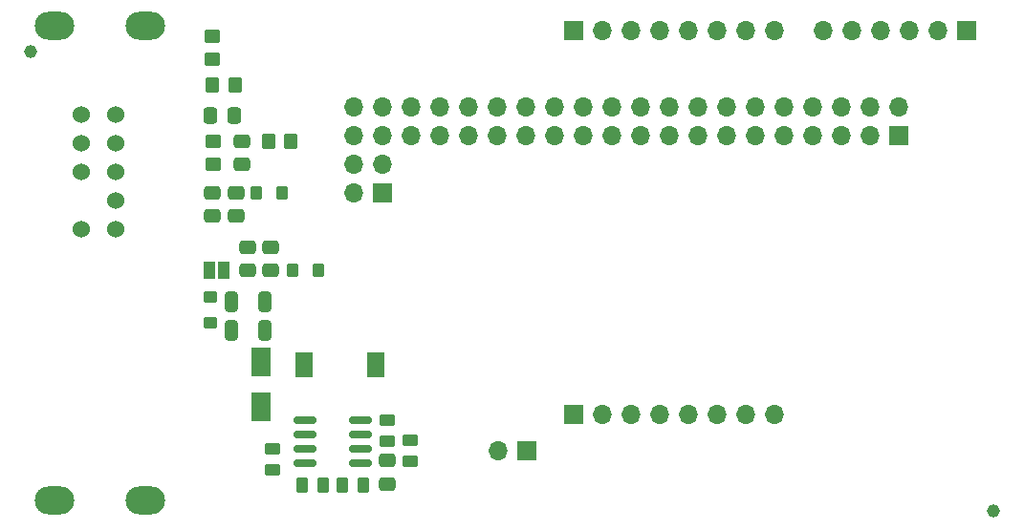
<source format=gbr>
%TF.GenerationSoftware,KiCad,Pcbnew,(6.0.4-0)*%
%TF.CreationDate,2022-10-27T23:32:19+02:00*%
%TF.ProjectId,NE2Pi,4e453250-692e-46b6-9963-61645f706362,rev?*%
%TF.SameCoordinates,Original*%
%TF.FileFunction,Soldermask,Top*%
%TF.FilePolarity,Negative*%
%FSLAX46Y46*%
G04 Gerber Fmt 4.6, Leading zero omitted, Abs format (unit mm)*
G04 Created by KiCad (PCBNEW (6.0.4-0)) date 2022-10-27 23:32:19*
%MOMM*%
%LPD*%
G01*
G04 APERTURE LIST*
G04 Aperture macros list*
%AMRoundRect*
0 Rectangle with rounded corners*
0 $1 Rounding radius*
0 $2 $3 $4 $5 $6 $7 $8 $9 X,Y pos of 4 corners*
0 Add a 4 corners polygon primitive as box body*
4,1,4,$2,$3,$4,$5,$6,$7,$8,$9,$2,$3,0*
0 Add four circle primitives for the rounded corners*
1,1,$1+$1,$2,$3*
1,1,$1+$1,$4,$5*
1,1,$1+$1,$6,$7*
1,1,$1+$1,$8,$9*
0 Add four rect primitives between the rounded corners*
20,1,$1+$1,$2,$3,$4,$5,0*
20,1,$1+$1,$4,$5,$6,$7,0*
20,1,$1+$1,$6,$7,$8,$9,0*
20,1,$1+$1,$8,$9,$2,$3,0*%
G04 Aperture macros list end*
%ADD10C,1.152000*%
%ADD11R,1.700000X1.700000*%
%ADD12O,1.700000X1.700000*%
%ADD13RoundRect,0.250000X-0.325000X-0.650000X0.325000X-0.650000X0.325000X0.650000X-0.325000X0.650000X0*%
%ADD14RoundRect,0.250000X0.450000X-0.262500X0.450000X0.262500X-0.450000X0.262500X-0.450000X-0.262500X0*%
%ADD15RoundRect,0.250000X-0.450000X0.350000X-0.450000X-0.350000X0.450000X-0.350000X0.450000X0.350000X0*%
%ADD16RoundRect,0.250000X0.475000X-0.337500X0.475000X0.337500X-0.475000X0.337500X-0.475000X-0.337500X0*%
%ADD17RoundRect,0.250000X0.262500X0.450000X-0.262500X0.450000X-0.262500X-0.450000X0.262500X-0.450000X0*%
%ADD18R,1.000000X1.500000*%
%ADD19R,1.500000X2.200000*%
%ADD20RoundRect,0.250000X0.275000X0.350000X-0.275000X0.350000X-0.275000X-0.350000X0.275000X-0.350000X0*%
%ADD21R,1.800000X2.500000*%
%ADD22RoundRect,0.250000X-0.475000X0.337500X-0.475000X-0.337500X0.475000X-0.337500X0.475000X0.337500X0*%
%ADD23RoundRect,0.250000X0.450000X-0.350000X0.450000X0.350000X-0.450000X0.350000X-0.450000X-0.350000X0*%
%ADD24RoundRect,0.250000X-0.450000X0.262500X-0.450000X-0.262500X0.450000X-0.262500X0.450000X0.262500X0*%
%ADD25C,1.524000*%
%ADD26O,3.500000X2.500000*%
%ADD27RoundRect,0.250000X0.337500X0.475000X-0.337500X0.475000X-0.337500X-0.475000X0.337500X-0.475000X0*%
%ADD28RoundRect,0.250000X0.350000X0.450000X-0.350000X0.450000X-0.350000X-0.450000X0.350000X-0.450000X0*%
%ADD29RoundRect,0.250000X0.350000X-0.275000X0.350000X0.275000X-0.350000X0.275000X-0.350000X-0.275000X0*%
%ADD30RoundRect,0.150000X-0.825000X-0.150000X0.825000X-0.150000X0.825000X0.150000X-0.825000X0.150000X0*%
G04 APERTURE END LIST*
D10*
%TO.C,H2*%
X101300000Y-17100000D03*
%TD*%
%TO.C,H1*%
X186500000Y-57800000D03*
%TD*%
D11*
%TO.C,J5*%
X149352000Y-15240000D03*
D12*
X151892000Y-15240000D03*
X154432000Y-15240000D03*
X156972000Y-15240000D03*
X159512000Y-15240000D03*
X162052000Y-15240000D03*
X164592000Y-15240000D03*
X167132000Y-15240000D03*
%TD*%
D11*
%TO.C,J4*%
X149352000Y-49276000D03*
D12*
X151892000Y-49276000D03*
X154432000Y-49276000D03*
X156972000Y-49276000D03*
X159512000Y-49276000D03*
X162052000Y-49276000D03*
X164592000Y-49276000D03*
X167132000Y-49276000D03*
%TD*%
D13*
%TO.C,C10*%
X121998000Y-39243000D03*
X119048000Y-39243000D03*
%TD*%
D14*
%TO.C,R6*%
X134874000Y-51538500D03*
X134874000Y-53363500D03*
%TD*%
D15*
%TO.C,R3*%
X117348000Y-15764000D03*
X117348000Y-17764000D03*
%TD*%
D16*
%TO.C,C6*%
X122555000Y-34395500D03*
X122555000Y-36470500D03*
%TD*%
D17*
%TO.C,R8*%
X128905000Y-55499000D03*
X130730000Y-55499000D03*
%TD*%
D18*
%TO.C,JP1*%
X117079000Y-36449000D03*
X118379000Y-36449000D03*
%TD*%
D19*
%TO.C,L1*%
X131851000Y-44831000D03*
X125451000Y-44831000D03*
%TD*%
D20*
%TO.C,FB1*%
X121278000Y-29591000D03*
X123578000Y-29591000D03*
%TD*%
D11*
%TO.C,TP1*%
X145201000Y-52451000D03*
D12*
X142661000Y-52451000D03*
%TD*%
D14*
%TO.C,C4*%
X122682000Y-52300500D03*
X122682000Y-54125500D03*
%TD*%
D11*
%TO.C,J3*%
X184150000Y-15240000D03*
D12*
X181610000Y-15240000D03*
X179070000Y-15240000D03*
X176530000Y-15240000D03*
X173990000Y-15240000D03*
X171450000Y-15240000D03*
%TD*%
D21*
%TO.C,D1*%
X121666000Y-44609000D03*
X121666000Y-48609000D03*
%TD*%
D16*
%TO.C,C8*%
X120523000Y-34395500D03*
X120523000Y-36470500D03*
%TD*%
%TO.C,C3*%
X132842000Y-53318500D03*
X132842000Y-55393500D03*
%TD*%
D22*
%TO.C,C1*%
X120015000Y-24997500D03*
X120015000Y-27072500D03*
%TD*%
D20*
%TO.C,FB2*%
X124453000Y-36449000D03*
X126753000Y-36449000D03*
%TD*%
D23*
%TO.C,R4*%
X117475000Y-27035000D03*
X117475000Y-25035000D03*
%TD*%
D11*
%TO.C,J1*%
X178161000Y-24531000D03*
D12*
X178161000Y-21991000D03*
X175621000Y-24531000D03*
X175621000Y-21991000D03*
X173081000Y-24531000D03*
X173081000Y-21991000D03*
X170541000Y-24531000D03*
X170541000Y-21991000D03*
X168001000Y-24531000D03*
X168001000Y-21991000D03*
X165461000Y-24531000D03*
X165461000Y-21991000D03*
X162921000Y-24531000D03*
X162921000Y-21991000D03*
X160381000Y-24531000D03*
X160381000Y-21991000D03*
X157841000Y-24531000D03*
X157841000Y-21991000D03*
X155301000Y-24531000D03*
X155301000Y-21991000D03*
X152761000Y-24531000D03*
X152761000Y-21991000D03*
X150221000Y-24531000D03*
X150221000Y-21991000D03*
X147681000Y-24531000D03*
X147681000Y-21991000D03*
X145141000Y-24531000D03*
X145141000Y-21991000D03*
X142601000Y-24531000D03*
X142601000Y-21991000D03*
X140061000Y-24531000D03*
X140061000Y-21991000D03*
X137521000Y-24531000D03*
X137521000Y-21991000D03*
X134981000Y-24531000D03*
X134981000Y-21991000D03*
X132441000Y-24531000D03*
X132441000Y-21991000D03*
X129901000Y-24531000D03*
X129901000Y-21991000D03*
%TD*%
D22*
%TO.C,C7*%
X119507000Y-31644500D03*
X119507000Y-29569500D03*
%TD*%
D24*
%TO.C,R5*%
X132842000Y-51585500D03*
X132842000Y-49760500D03*
%TD*%
D25*
%TO.C,U1*%
X108780000Y-22630000D03*
X108780000Y-25170000D03*
X108780000Y-27710000D03*
X108780000Y-30250000D03*
X108780000Y-32790000D03*
X105780000Y-22630000D03*
X105780000Y-25170000D03*
X105780000Y-27710000D03*
X105780000Y-32790000D03*
D26*
X111430000Y-14830000D03*
X103430000Y-56830000D03*
X103430000Y-14830000D03*
X111430000Y-56830000D03*
%TD*%
D27*
%TO.C,C2*%
X119274500Y-22733000D03*
X117199500Y-22733000D03*
%TD*%
D28*
%TO.C,R1*%
X124317000Y-25019000D03*
X122317000Y-25019000D03*
%TD*%
D22*
%TO.C,C5*%
X117348000Y-31644500D03*
X117348000Y-29569500D03*
%TD*%
D11*
%TO.C,J2*%
X132441000Y-29611000D03*
D12*
X132441000Y-27071000D03*
X129901000Y-29611000D03*
X129901000Y-27071000D03*
%TD*%
D29*
%TO.C,FB3*%
X117221000Y-38855000D03*
X117221000Y-41155000D03*
%TD*%
D30*
%TO.C,U3*%
X125541000Y-49784000D03*
X125541000Y-51054000D03*
X125541000Y-52324000D03*
X125541000Y-53594000D03*
X130491000Y-53594000D03*
X130491000Y-52324000D03*
X130491000Y-51054000D03*
X130491000Y-49784000D03*
%TD*%
D28*
%TO.C,R2*%
X119364000Y-20066000D03*
X117364000Y-20066000D03*
%TD*%
D13*
%TO.C,C9*%
X121998000Y-41783000D03*
X119048000Y-41783000D03*
%TD*%
D17*
%TO.C,R7*%
X125349000Y-55499000D03*
X127174000Y-55499000D03*
%TD*%
M02*

</source>
